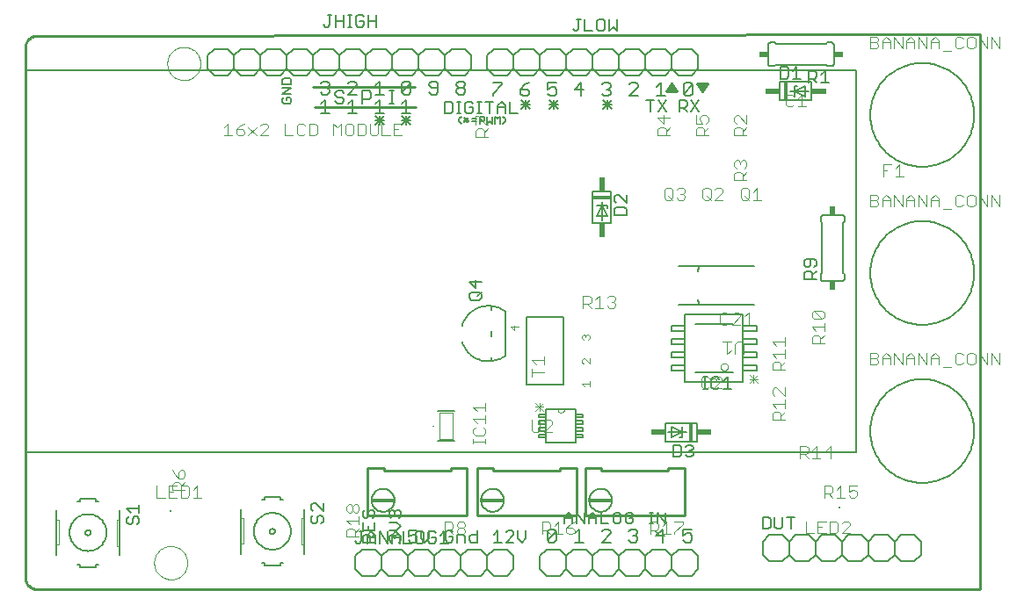
<source format=gto>
G75*
%MOIN*%
%OFA0B0*%
%FSLAX24Y24*%
%IPPOS*%
%LPD*%
%AMOC8*
5,1,8,0,0,1.08239X$1,22.5*
%
%ADD10C,0.0100*%
%ADD11C,0.0060*%
%ADD12C,0.0080*%
%ADD13C,0.0050*%
%ADD14C,0.0070*%
%ADD15C,0.0000*%
%ADD16C,0.0040*%
%ADD17R,0.0340X0.0240*%
%ADD18R,0.0150X0.0700*%
%ADD19R,0.0550X0.0200*%
%ADD20R,0.0079X0.0079*%
%ADD21R,0.0827X0.0157*%
%ADD22R,0.0240X0.0340*%
%ADD23C,0.0020*%
%ADD24C,0.0030*%
%ADD25R,0.0700X0.0150*%
%ADD26R,0.0200X0.0550*%
%ADD27C,0.0004*%
%ADD28C,0.0030*%
D10*
X001574Y001180D02*
X037386Y001180D01*
X037380Y001174D02*
X037380Y022230D01*
X001574Y022180D01*
X001535Y022178D01*
X001497Y022172D01*
X001460Y022163D01*
X001423Y022150D01*
X001388Y022133D01*
X001355Y022114D01*
X001324Y022091D01*
X001295Y022065D01*
X001269Y022036D01*
X001246Y022005D01*
X001227Y021972D01*
X001210Y021937D01*
X001197Y021900D01*
X001188Y021863D01*
X001182Y021825D01*
X001180Y021786D01*
X001180Y001574D01*
X001182Y001535D01*
X001188Y001497D01*
X001197Y001460D01*
X001210Y001423D01*
X001227Y001388D01*
X001246Y001355D01*
X001269Y001324D01*
X001295Y001295D01*
X001324Y001269D01*
X001355Y001246D01*
X001388Y001227D01*
X001423Y001210D01*
X001460Y001197D01*
X001497Y001188D01*
X001535Y001182D01*
X001574Y001180D01*
X014140Y003983D02*
X014140Y005774D01*
X014770Y005774D01*
X014770Y005676D01*
X017290Y005676D01*
X017290Y005774D01*
X017920Y005774D01*
X017920Y003983D01*
X014140Y003983D01*
X018290Y003983D02*
X018290Y005774D01*
X018920Y005774D01*
X018920Y005676D01*
X021440Y005676D01*
X021440Y005774D01*
X022070Y005774D01*
X022070Y003983D01*
X018290Y003983D01*
X022390Y003983D02*
X022390Y005774D01*
X023020Y005774D01*
X023020Y005676D01*
X025540Y005676D01*
X025540Y005774D01*
X026170Y005774D01*
X026170Y003983D01*
X022390Y003983D01*
X015980Y019480D02*
X012130Y019480D01*
X012080Y020230D02*
X015930Y020230D01*
X025480Y020080D02*
X025680Y020180D01*
X025680Y020280D01*
X025780Y020080D01*
X025880Y020080D01*
X025680Y020380D01*
X025480Y020080D01*
X025780Y020080D01*
X026630Y020380D02*
X027030Y020380D01*
X026980Y020280D01*
X026780Y020280D01*
X026880Y020280D02*
X026830Y020180D01*
X026980Y020280D01*
X026880Y020280D02*
X026630Y020380D01*
X026830Y020080D01*
X027030Y020380D01*
D11*
X026463Y020327D02*
X026463Y019993D01*
X026379Y019910D01*
X026212Y019910D01*
X026129Y019993D01*
X026463Y020327D01*
X026379Y020410D01*
X026212Y020410D01*
X026129Y020327D01*
X026129Y019993D01*
X025431Y019910D02*
X025098Y019910D01*
X025264Y019910D02*
X025264Y020410D01*
X025098Y020244D01*
X024930Y020680D02*
X024680Y020930D01*
X024680Y021430D01*
X024930Y021680D01*
X025430Y021680D01*
X025680Y021430D01*
X025930Y021680D01*
X026430Y021680D01*
X026680Y021430D01*
X026680Y020930D01*
X026430Y020680D01*
X025930Y020680D01*
X025680Y020930D01*
X025430Y020680D01*
X024930Y020680D01*
X024680Y020930D02*
X024430Y020680D01*
X023930Y020680D01*
X023680Y020930D01*
X023430Y020680D01*
X022930Y020680D01*
X022680Y020930D01*
X022430Y020680D01*
X021930Y020680D01*
X021680Y020930D01*
X021680Y021430D01*
X021930Y021680D01*
X022430Y021680D01*
X022680Y021430D01*
X022930Y021680D01*
X023430Y021680D01*
X023680Y021430D01*
X023930Y021680D01*
X024430Y021680D01*
X024680Y021430D01*
X023680Y021430D02*
X023680Y020930D01*
X023285Y020410D02*
X023119Y020410D01*
X023035Y020327D01*
X023202Y020160D02*
X023285Y020160D01*
X023369Y020077D01*
X023369Y019993D01*
X023285Y019910D01*
X023119Y019910D01*
X023035Y019993D01*
X023083Y019744D02*
X023417Y019410D01*
X023417Y019577D02*
X023083Y019577D01*
X023083Y019410D02*
X023417Y019744D01*
X023250Y019744D02*
X023250Y019410D01*
X024066Y019910D02*
X024400Y020244D01*
X024400Y020327D01*
X024317Y020410D01*
X024150Y020410D01*
X024066Y020327D01*
X023369Y020327D02*
X023369Y020244D01*
X023285Y020160D01*
X023369Y020327D02*
X023285Y020410D01*
X022680Y020930D02*
X022680Y021430D01*
X021680Y021430D02*
X021430Y021680D01*
X020930Y021680D01*
X020680Y021430D01*
X020430Y021680D01*
X019930Y021680D01*
X019680Y021430D01*
X019430Y021680D01*
X018930Y021680D01*
X018680Y021430D01*
X018680Y020930D01*
X018930Y020680D01*
X019430Y020680D01*
X019680Y020930D01*
X019680Y021430D01*
X019680Y020930D02*
X019930Y020680D01*
X020430Y020680D01*
X020680Y020930D01*
X020680Y021430D01*
X020680Y020930D02*
X020930Y020680D01*
X021430Y020680D01*
X021680Y020930D01*
X021306Y020410D02*
X020973Y020410D01*
X020973Y020160D01*
X021139Y020244D01*
X021223Y020244D01*
X021306Y020160D01*
X021306Y019993D01*
X021223Y019910D01*
X021056Y019910D01*
X020973Y019993D01*
X021033Y019744D02*
X021367Y019410D01*
X021367Y019577D02*
X021033Y019577D01*
X021033Y019410D02*
X021367Y019744D01*
X021200Y019744D02*
X021200Y019410D01*
X020317Y019410D02*
X019983Y019744D01*
X020150Y019744D02*
X020150Y019410D01*
X019983Y019410D02*
X020317Y019744D01*
X020317Y019577D02*
X019983Y019577D01*
X019829Y019250D02*
X019535Y019250D01*
X019535Y019690D01*
X019369Y019544D02*
X019369Y019250D01*
X019369Y019470D02*
X019075Y019470D01*
X019075Y019544D02*
X019222Y019690D01*
X019369Y019544D01*
X019075Y019544D02*
X019075Y019250D01*
X018761Y019250D02*
X018761Y019690D01*
X018615Y019690D02*
X018908Y019690D01*
X018910Y019910D02*
X018910Y019993D01*
X019244Y020327D01*
X019244Y020410D01*
X018910Y020410D01*
X018080Y020930D02*
X017830Y020680D01*
X017330Y020680D01*
X017080Y020930D01*
X016830Y020680D01*
X016330Y020680D01*
X016080Y020930D01*
X016080Y021430D01*
X016330Y021680D01*
X016830Y021680D01*
X017080Y021430D01*
X017330Y021680D01*
X017830Y021680D01*
X018080Y021430D01*
X018080Y020930D01*
X017767Y020460D02*
X017600Y020460D01*
X017516Y020377D01*
X017516Y020294D01*
X017600Y020210D01*
X017767Y020210D01*
X017850Y020127D01*
X017850Y020043D01*
X017767Y019960D01*
X017600Y019960D01*
X017516Y020043D01*
X017516Y020127D01*
X017600Y020210D01*
X017767Y020210D02*
X017850Y020294D01*
X017850Y020377D01*
X017767Y020460D01*
X017080Y020930D02*
X017080Y021430D01*
X016080Y021430D02*
X015830Y021680D01*
X015330Y021680D01*
X015080Y021430D01*
X014830Y021680D01*
X014330Y021680D01*
X014080Y021430D01*
X013830Y021680D01*
X013330Y021680D01*
X013080Y021430D01*
X013080Y020930D01*
X013330Y020680D01*
X013830Y020680D01*
X014080Y020930D01*
X014080Y021430D01*
X014080Y020930D02*
X014330Y020680D01*
X014830Y020680D01*
X015080Y020930D01*
X015080Y021430D01*
X015080Y020930D02*
X015330Y020680D01*
X015830Y020680D01*
X016080Y020930D01*
X015704Y020460D02*
X015537Y020460D01*
X015454Y020377D01*
X015454Y020043D01*
X015787Y020377D01*
X015787Y020043D01*
X015704Y019960D01*
X015537Y019960D01*
X015454Y020043D01*
X015621Y019760D02*
X015621Y019260D01*
X015600Y019144D02*
X015600Y018810D01*
X015767Y018810D02*
X015433Y019144D01*
X015454Y019260D02*
X015787Y019260D01*
X015767Y019144D02*
X015433Y018810D01*
X015433Y018977D02*
X015767Y018977D01*
X015454Y019594D02*
X015621Y019760D01*
X014756Y019960D02*
X014423Y019960D01*
X014589Y019960D02*
X014589Y020460D01*
X014423Y020294D01*
X014589Y019760D02*
X014589Y019260D01*
X014600Y019144D02*
X014600Y018810D01*
X014767Y018810D02*
X014433Y019144D01*
X014423Y019260D02*
X014756Y019260D01*
X014767Y019144D02*
X014433Y018810D01*
X014433Y018977D02*
X014767Y018977D01*
X014423Y019594D02*
X014589Y019760D01*
X013725Y019960D02*
X013391Y019960D01*
X013725Y020294D01*
X013725Y020377D01*
X013641Y020460D01*
X013475Y020460D01*
X013391Y020377D01*
X013080Y020930D02*
X012830Y020680D01*
X012330Y020680D01*
X012080Y020930D01*
X011830Y020680D01*
X011330Y020680D01*
X011080Y020930D01*
X010830Y020680D01*
X010330Y020680D01*
X010080Y020930D01*
X010080Y021430D01*
X010330Y021680D01*
X010830Y021680D01*
X011080Y021430D01*
X011330Y021680D01*
X011830Y021680D01*
X012080Y021430D01*
X012330Y021680D01*
X012830Y021680D01*
X013080Y021430D01*
X012080Y021430D02*
X012080Y020930D01*
X012443Y020460D02*
X012610Y020460D01*
X012694Y020377D01*
X012694Y020294D01*
X012610Y020210D01*
X012694Y020127D01*
X012694Y020043D01*
X012610Y019960D01*
X012443Y019960D01*
X012360Y020043D01*
X012527Y020210D02*
X012610Y020210D01*
X012360Y020377D02*
X012443Y020460D01*
X012527Y019760D02*
X012527Y019260D01*
X012360Y019260D02*
X012694Y019260D01*
X012360Y019594D02*
X012527Y019760D01*
X013391Y019594D02*
X013558Y019760D01*
X013558Y019260D01*
X013391Y019260D02*
X013725Y019260D01*
X015704Y020460D02*
X015787Y020377D01*
X016485Y020377D02*
X016485Y020294D01*
X016569Y020210D01*
X016819Y020210D01*
X016819Y020043D02*
X016819Y020377D01*
X016735Y020460D01*
X016569Y020460D01*
X016485Y020377D01*
X016485Y020043D02*
X016569Y019960D01*
X016735Y019960D01*
X016819Y020043D01*
X017080Y019690D02*
X017300Y019690D01*
X017374Y019617D01*
X017374Y019323D01*
X017300Y019250D01*
X017080Y019250D01*
X017080Y019690D01*
X017540Y019690D02*
X017687Y019690D01*
X017614Y019690D02*
X017614Y019250D01*
X017687Y019250D02*
X017540Y019250D01*
X017847Y019323D02*
X017847Y019617D01*
X017921Y019690D01*
X018068Y019690D01*
X018141Y019617D01*
X018141Y019470D02*
X017994Y019470D01*
X018141Y019470D02*
X018141Y019323D01*
X018068Y019250D01*
X017921Y019250D01*
X017847Y019323D01*
X018308Y019250D02*
X018455Y019250D01*
X018381Y019250D02*
X018381Y019690D01*
X018308Y019690D02*
X018455Y019690D01*
X019941Y019993D02*
X020025Y019910D01*
X020191Y019910D01*
X020275Y019993D01*
X020275Y020077D01*
X020191Y020160D01*
X019941Y020160D01*
X019941Y019993D01*
X019941Y020160D02*
X020108Y020327D01*
X020275Y020410D01*
X022004Y020160D02*
X022337Y020160D01*
X022254Y019910D02*
X022254Y020410D01*
X022004Y020160D01*
X024066Y019910D02*
X024400Y019910D01*
X025680Y020930D02*
X025680Y021430D01*
X029330Y021130D02*
X029330Y021830D01*
X029332Y021847D01*
X029336Y021864D01*
X029343Y021880D01*
X029353Y021894D01*
X029366Y021907D01*
X029380Y021917D01*
X029396Y021924D01*
X029413Y021928D01*
X029430Y021930D01*
X029580Y021930D01*
X029630Y021880D01*
X031530Y021880D01*
X031580Y021930D01*
X031730Y021930D01*
X031747Y021928D01*
X031764Y021924D01*
X031780Y021917D01*
X031794Y021907D01*
X031807Y021894D01*
X031817Y021880D01*
X031824Y021864D01*
X031828Y021847D01*
X031830Y021830D01*
X031830Y021130D01*
X031828Y021113D01*
X031824Y021096D01*
X031817Y021080D01*
X031807Y021066D01*
X031794Y021053D01*
X031780Y021043D01*
X031764Y021036D01*
X031747Y021032D01*
X031730Y021030D01*
X031580Y021030D01*
X031530Y021080D01*
X029630Y021080D01*
X029580Y021030D01*
X029430Y021030D01*
X029413Y021032D01*
X029396Y021036D01*
X029380Y021043D01*
X029366Y021053D01*
X029353Y021066D01*
X029343Y021080D01*
X029336Y021096D01*
X029332Y021113D01*
X029330Y021130D01*
X029780Y020430D02*
X029780Y019730D01*
X030980Y019730D01*
X030980Y020430D01*
X029780Y020430D01*
X030330Y020280D02*
X030330Y020080D01*
X030330Y019880D01*
X030330Y020080D02*
X030730Y020280D01*
X030730Y019880D01*
X030330Y020080D01*
X030880Y020080D01*
X030430Y020280D02*
X030330Y020280D01*
X030330Y020080D02*
X030180Y020080D01*
X023380Y016280D02*
X022680Y016280D01*
X022680Y015080D01*
X023380Y015080D01*
X023380Y016280D01*
X023030Y015880D02*
X023030Y015730D01*
X023230Y015730D01*
X023230Y015630D01*
X023030Y015730D02*
X022830Y015330D01*
X023230Y015330D01*
X023030Y015730D01*
X022830Y015730D01*
X023030Y015730D02*
X023030Y015180D01*
X018830Y011925D02*
X018830Y011767D01*
X019380Y011705D02*
X019380Y010055D01*
X018830Y009993D02*
X018830Y009835D01*
X018830Y010767D02*
X018830Y010993D01*
X019380Y011705D02*
X019329Y011742D01*
X019276Y011777D01*
X019220Y011809D01*
X019163Y011837D01*
X019104Y011861D01*
X019044Y011882D01*
X018983Y011899D01*
X018921Y011913D01*
X018858Y011922D01*
X018795Y011928D01*
X018731Y011930D01*
X018667Y011928D01*
X018604Y011922D01*
X018541Y011913D01*
X018479Y011900D01*
X018418Y011882D01*
X018358Y011862D01*
X018299Y011837D01*
X018242Y011810D01*
X018186Y011778D01*
X018133Y011744D01*
X018082Y011706D01*
X018033Y011665D01*
X017987Y011621D01*
X017943Y011575D01*
X017902Y011526D01*
X017865Y011475D01*
X017830Y011421D01*
X017799Y011366D01*
X017771Y011309D01*
X017747Y011250D01*
X017727Y011190D01*
X017727Y010570D02*
X017747Y010510D01*
X017771Y010451D01*
X017799Y010394D01*
X017830Y010339D01*
X017865Y010285D01*
X017902Y010234D01*
X017943Y010185D01*
X017987Y010139D01*
X018033Y010095D01*
X018082Y010054D01*
X018133Y010016D01*
X018186Y009982D01*
X018242Y009951D01*
X018299Y009923D01*
X018358Y009898D01*
X018418Y009878D01*
X018479Y009860D01*
X018541Y009847D01*
X018604Y009838D01*
X018667Y009832D01*
X018731Y009830D01*
X018795Y009832D01*
X018858Y009838D01*
X018921Y009847D01*
X018983Y009861D01*
X019044Y009878D01*
X019104Y009899D01*
X019163Y009923D01*
X019220Y009951D01*
X019276Y009983D01*
X019329Y010018D01*
X019380Y010055D01*
X020910Y008000D02*
X020910Y006760D01*
X022050Y006760D01*
X022050Y008000D01*
X021600Y008000D01*
X021360Y008000D01*
X020910Y008000D01*
X020910Y007820D02*
X020640Y007820D01*
X020640Y007700D01*
X020910Y007700D01*
X020910Y007820D01*
X020910Y007570D02*
X020640Y007570D01*
X020640Y007450D01*
X020910Y007450D01*
X020910Y007570D01*
X020910Y007310D02*
X020640Y007310D01*
X020640Y007190D01*
X020910Y007190D01*
X020910Y007310D01*
X020910Y007060D02*
X020640Y007060D01*
X020650Y006940D01*
X020910Y006940D01*
X020910Y007060D01*
X022050Y007060D02*
X022050Y006940D01*
X022320Y006940D01*
X022320Y007060D01*
X022050Y007060D01*
X022050Y007190D02*
X022320Y007190D01*
X022320Y007310D01*
X022050Y007310D01*
X022050Y007190D01*
X022050Y007450D02*
X022320Y007450D01*
X022320Y007570D01*
X022050Y007570D01*
X022050Y007450D01*
X022050Y007700D02*
X022320Y007700D01*
X022320Y007820D01*
X022050Y007820D01*
X022050Y007700D01*
X025430Y007480D02*
X025430Y006780D01*
X026630Y006780D01*
X026630Y007480D01*
X025430Y007480D01*
X025680Y007330D02*
X026080Y007130D01*
X026080Y006930D01*
X025980Y006930D01*
X026080Y007130D02*
X025530Y007130D01*
X025680Y006930D02*
X026080Y007130D01*
X026080Y007330D01*
X026080Y007130D02*
X026230Y007130D01*
X025680Y006930D02*
X025680Y007330D01*
X026180Y009050D02*
X027160Y009050D01*
X027400Y009050D01*
X028380Y009050D01*
X028380Y011610D01*
X026180Y011610D01*
X026180Y009050D01*
X026180Y009480D02*
X025660Y009480D01*
X025660Y009680D01*
X026180Y009680D01*
X026180Y009480D01*
X026570Y009400D02*
X027990Y009400D01*
X028380Y009480D02*
X028380Y009680D01*
X028900Y009680D01*
X028900Y009480D01*
X028380Y009480D01*
X028380Y009980D02*
X028900Y009980D01*
X028900Y010180D01*
X028380Y010180D01*
X028380Y009980D01*
X028380Y010480D02*
X028900Y010480D01*
X028900Y010680D01*
X028380Y010680D01*
X028380Y010480D01*
X028380Y010980D02*
X028900Y010980D01*
X028900Y011180D01*
X028380Y011180D01*
X028380Y010980D01*
X027990Y011260D02*
X026570Y011260D01*
X026180Y011180D02*
X025660Y011180D01*
X025660Y010980D01*
X026180Y010980D01*
X026180Y011180D01*
X026180Y010680D02*
X025660Y010680D01*
X025660Y010480D01*
X026180Y010480D01*
X026180Y010680D01*
X026180Y010180D02*
X025660Y010180D01*
X025660Y009980D01*
X026180Y009980D01*
X026180Y010180D01*
X031330Y012980D02*
X031330Y013130D01*
X031380Y013180D01*
X031380Y015080D01*
X031330Y015130D01*
X031330Y015280D01*
X031332Y015297D01*
X031336Y015314D01*
X031343Y015330D01*
X031353Y015344D01*
X031366Y015357D01*
X031380Y015367D01*
X031396Y015374D01*
X031413Y015378D01*
X031430Y015380D01*
X032130Y015380D01*
X032147Y015378D01*
X032164Y015374D01*
X032180Y015367D01*
X032194Y015357D01*
X032207Y015344D01*
X032217Y015330D01*
X032224Y015314D01*
X032228Y015297D01*
X032230Y015280D01*
X032230Y015130D01*
X032180Y015080D01*
X032180Y013180D01*
X032230Y013130D01*
X032230Y012980D01*
X032228Y012963D01*
X032224Y012946D01*
X032217Y012930D01*
X032207Y012916D01*
X032194Y012903D01*
X032180Y012893D01*
X032164Y012886D01*
X032147Y012882D01*
X032130Y012880D01*
X031430Y012880D01*
X031413Y012882D01*
X031396Y012886D01*
X031380Y012893D01*
X031366Y012903D01*
X031353Y012916D01*
X031343Y012930D01*
X031336Y012946D01*
X031332Y012963D01*
X031330Y012980D01*
X022548Y004554D02*
X022550Y004595D01*
X022556Y004636D01*
X022566Y004676D01*
X022579Y004715D01*
X022596Y004752D01*
X022617Y004788D01*
X022641Y004822D01*
X022668Y004853D01*
X022697Y004881D01*
X022730Y004907D01*
X022764Y004929D01*
X022801Y004948D01*
X022839Y004963D01*
X022879Y004975D01*
X022919Y004983D01*
X022960Y004987D01*
X023002Y004987D01*
X023043Y004983D01*
X023083Y004975D01*
X023123Y004963D01*
X023161Y004948D01*
X023197Y004929D01*
X023232Y004907D01*
X023265Y004881D01*
X023294Y004853D01*
X023321Y004822D01*
X023345Y004788D01*
X023366Y004752D01*
X023383Y004715D01*
X023396Y004676D01*
X023406Y004636D01*
X023412Y004595D01*
X023414Y004554D01*
X023412Y004513D01*
X023406Y004472D01*
X023396Y004432D01*
X023383Y004393D01*
X023366Y004356D01*
X023345Y004320D01*
X023321Y004286D01*
X023294Y004255D01*
X023265Y004227D01*
X023232Y004201D01*
X023198Y004179D01*
X023161Y004160D01*
X023123Y004145D01*
X023083Y004133D01*
X023043Y004125D01*
X023002Y004121D01*
X022960Y004121D01*
X022919Y004125D01*
X022879Y004133D01*
X022839Y004145D01*
X022801Y004160D01*
X022765Y004179D01*
X022730Y004201D01*
X022697Y004227D01*
X022668Y004255D01*
X022641Y004286D01*
X022617Y004320D01*
X022596Y004356D01*
X022579Y004393D01*
X022566Y004432D01*
X022556Y004472D01*
X022550Y004513D01*
X022548Y004554D01*
X022158Y003460D02*
X022158Y002960D01*
X021991Y002960D02*
X022325Y002960D01*
X022430Y002680D02*
X021930Y002680D01*
X021680Y002430D01*
X021680Y001930D01*
X021930Y001680D01*
X022430Y001680D01*
X022680Y001930D01*
X022680Y002430D01*
X022430Y002680D01*
X022680Y002430D02*
X022930Y002680D01*
X023430Y002680D01*
X023680Y002430D01*
X023930Y002680D01*
X024430Y002680D01*
X024680Y002430D01*
X024930Y002680D01*
X025430Y002680D01*
X025680Y002430D01*
X025930Y002680D01*
X026430Y002680D01*
X026680Y002430D01*
X026680Y001930D01*
X026430Y001680D01*
X025930Y001680D01*
X025680Y001930D01*
X025430Y001680D01*
X024930Y001680D01*
X024680Y001930D01*
X024430Y001680D01*
X023930Y001680D01*
X023680Y001930D01*
X023430Y001680D01*
X022930Y001680D01*
X022680Y001930D01*
X021680Y001930D02*
X021430Y001680D01*
X020930Y001680D01*
X020680Y001930D01*
X020680Y002430D01*
X020930Y002680D01*
X021430Y002680D01*
X021680Y002430D01*
X021210Y002960D02*
X021043Y002960D01*
X020960Y003043D01*
X021294Y003377D01*
X021294Y003043D01*
X021210Y002960D01*
X020960Y003043D02*
X020960Y003377D01*
X021043Y003460D01*
X021210Y003460D01*
X021294Y003377D01*
X021991Y003294D02*
X022158Y003460D01*
X023023Y003377D02*
X023106Y003460D01*
X023273Y003460D01*
X023356Y003377D01*
X023356Y003294D01*
X023023Y002960D01*
X023356Y002960D01*
X024054Y003043D02*
X024137Y002960D01*
X024304Y002960D01*
X024387Y003043D01*
X024387Y003127D01*
X024304Y003210D01*
X024221Y003210D01*
X024304Y003210D02*
X024387Y003294D01*
X024387Y003377D01*
X024304Y003460D01*
X024137Y003460D01*
X024054Y003377D01*
X025085Y003210D02*
X025419Y003210D01*
X025335Y002960D02*
X025335Y003460D01*
X025085Y003210D01*
X026116Y003210D02*
X026283Y003294D01*
X026367Y003294D01*
X026450Y003210D01*
X026450Y003043D01*
X026367Y002960D01*
X026200Y002960D01*
X026116Y003043D01*
X026116Y003210D02*
X026116Y003460D01*
X026450Y003460D01*
X025680Y002430D02*
X025680Y001930D01*
X024680Y001930D02*
X024680Y002430D01*
X023680Y002430D02*
X023680Y001930D01*
X020147Y003107D02*
X020000Y002960D01*
X019854Y003107D01*
X019854Y003400D01*
X019687Y003327D02*
X019687Y003254D01*
X019393Y002960D01*
X019687Y002960D01*
X019430Y002680D02*
X019680Y002430D01*
X019680Y001930D01*
X019430Y001680D01*
X018930Y001680D01*
X018680Y001930D01*
X018430Y001680D01*
X017930Y001680D01*
X017680Y001930D01*
X017430Y001680D01*
X016930Y001680D01*
X016680Y001930D01*
X016430Y001680D01*
X015930Y001680D01*
X015680Y001930D01*
X015430Y001680D01*
X014930Y001680D01*
X014680Y001930D01*
X014430Y001680D01*
X013930Y001680D01*
X013680Y001930D01*
X013680Y002430D01*
X013930Y002680D01*
X014430Y002680D01*
X014680Y002430D01*
X014930Y002680D01*
X015430Y002680D01*
X015680Y002430D01*
X015680Y001930D01*
X015680Y002430D02*
X015930Y002680D01*
X016430Y002680D01*
X016680Y002430D01*
X016930Y002680D01*
X017430Y002680D01*
X017680Y002430D01*
X017930Y002680D01*
X018430Y002680D01*
X018680Y002430D01*
X018930Y002680D01*
X019430Y002680D01*
X019226Y002960D02*
X018933Y002960D01*
X019080Y002960D02*
X019080Y003400D01*
X018933Y003254D01*
X019393Y003327D02*
X019467Y003400D01*
X019613Y003400D01*
X019687Y003327D01*
X020147Y003400D02*
X020147Y003107D01*
X018680Y002430D02*
X018680Y001930D01*
X017680Y001930D02*
X017680Y002430D01*
X017552Y002960D02*
X017552Y003254D01*
X017772Y003254D01*
X017845Y003180D01*
X017845Y002960D01*
X018012Y003033D02*
X018012Y003180D01*
X018085Y003254D01*
X018306Y003254D01*
X018306Y003400D02*
X018306Y002960D01*
X018085Y002960D01*
X018012Y003033D01*
X017385Y003033D02*
X017385Y003180D01*
X017238Y003180D01*
X017385Y003033D02*
X017311Y002960D01*
X017165Y002960D01*
X017091Y003033D01*
X017091Y003327D01*
X017165Y003400D01*
X017311Y003400D01*
X017385Y003327D01*
X016464Y003400D02*
X016464Y003107D01*
X016317Y002960D01*
X016170Y003107D01*
X016170Y003400D01*
X016004Y003400D02*
X015710Y003400D01*
X015710Y003180D01*
X015857Y003254D01*
X015930Y003254D01*
X016004Y003180D01*
X016004Y003033D01*
X015930Y002960D01*
X015783Y002960D01*
X015710Y003033D01*
X015400Y003033D02*
X015400Y003180D01*
X015327Y003254D01*
X015253Y003254D01*
X015180Y003180D01*
X015180Y003107D01*
X015180Y003180D02*
X015106Y003254D01*
X015033Y003254D01*
X014960Y003180D01*
X014960Y003033D01*
X015033Y002960D01*
X015327Y002960D02*
X015400Y003033D01*
X015253Y003420D02*
X014960Y003420D01*
X015253Y003420D02*
X015400Y003567D01*
X015253Y003714D01*
X014960Y003714D01*
X015033Y003881D02*
X014960Y003954D01*
X014960Y004101D01*
X015033Y004174D01*
X015106Y004174D01*
X015180Y004101D01*
X015253Y004174D01*
X015327Y004174D01*
X015400Y004101D01*
X015400Y003954D01*
X015327Y003881D01*
X015180Y004028D02*
X015180Y004101D01*
X014400Y004101D02*
X014400Y003954D01*
X014327Y003881D01*
X014180Y003954D02*
X014180Y004101D01*
X014253Y004174D01*
X014327Y004174D01*
X014400Y004101D01*
X014180Y003954D02*
X014106Y003881D01*
X014033Y003881D01*
X013960Y003954D01*
X013960Y004101D01*
X014033Y004174D01*
X013960Y003714D02*
X013960Y003420D01*
X014400Y003420D01*
X014400Y003714D01*
X014180Y003567D02*
X014180Y003420D01*
X014180Y003254D02*
X014253Y003180D01*
X014253Y002960D01*
X014253Y003107D02*
X014400Y003254D01*
X014180Y003254D02*
X014033Y003254D01*
X013960Y003180D01*
X013960Y002960D01*
X014400Y002960D01*
X014680Y002430D02*
X014680Y001930D01*
X016680Y001930D02*
X016680Y002430D01*
X014298Y004554D02*
X014300Y004595D01*
X014306Y004636D01*
X014316Y004676D01*
X014329Y004715D01*
X014346Y004752D01*
X014367Y004788D01*
X014391Y004822D01*
X014418Y004853D01*
X014447Y004881D01*
X014480Y004907D01*
X014514Y004929D01*
X014551Y004948D01*
X014589Y004963D01*
X014629Y004975D01*
X014669Y004983D01*
X014710Y004987D01*
X014752Y004987D01*
X014793Y004983D01*
X014833Y004975D01*
X014873Y004963D01*
X014911Y004948D01*
X014947Y004929D01*
X014982Y004907D01*
X015015Y004881D01*
X015044Y004853D01*
X015071Y004822D01*
X015095Y004788D01*
X015116Y004752D01*
X015133Y004715D01*
X015146Y004676D01*
X015156Y004636D01*
X015162Y004595D01*
X015164Y004554D01*
X015162Y004513D01*
X015156Y004472D01*
X015146Y004432D01*
X015133Y004393D01*
X015116Y004356D01*
X015095Y004320D01*
X015071Y004286D01*
X015044Y004255D01*
X015015Y004227D01*
X014982Y004201D01*
X014948Y004179D01*
X014911Y004160D01*
X014873Y004145D01*
X014833Y004133D01*
X014793Y004125D01*
X014752Y004121D01*
X014710Y004121D01*
X014669Y004125D01*
X014629Y004133D01*
X014589Y004145D01*
X014551Y004160D01*
X014515Y004179D01*
X014480Y004201D01*
X014447Y004227D01*
X014418Y004255D01*
X014391Y004286D01*
X014367Y004320D01*
X014346Y004356D01*
X014329Y004393D01*
X014316Y004432D01*
X014306Y004472D01*
X014300Y004513D01*
X014298Y004554D01*
X011730Y004226D02*
X011730Y003876D01*
X011730Y002876D01*
X011730Y002526D01*
X010930Y002176D02*
X010830Y002176D01*
X010830Y002076D01*
X010230Y002076D01*
X010230Y002176D01*
X010130Y002176D01*
X009330Y002526D02*
X009330Y002926D01*
X009330Y003876D01*
X009330Y004226D01*
X010130Y004576D02*
X010230Y004576D01*
X010230Y004676D01*
X010830Y004676D01*
X010830Y004576D01*
X010930Y004576D01*
X010430Y003376D02*
X010432Y003396D01*
X010438Y003414D01*
X010447Y003432D01*
X010459Y003447D01*
X010474Y003459D01*
X010492Y003468D01*
X010510Y003474D01*
X010530Y003476D01*
X010550Y003474D01*
X010568Y003468D01*
X010586Y003459D01*
X010601Y003447D01*
X010613Y003432D01*
X010622Y003414D01*
X010628Y003396D01*
X010630Y003376D01*
X010628Y003356D01*
X010622Y003338D01*
X010613Y003320D01*
X010601Y003305D01*
X010586Y003293D01*
X010568Y003284D01*
X010550Y003278D01*
X010530Y003276D01*
X010510Y003278D01*
X010492Y003284D01*
X010474Y003293D01*
X010459Y003305D01*
X010447Y003320D01*
X010438Y003338D01*
X010432Y003356D01*
X010430Y003376D01*
X009830Y003376D02*
X009832Y003428D01*
X009838Y003480D01*
X009848Y003532D01*
X009861Y003582D01*
X009878Y003632D01*
X009899Y003680D01*
X009924Y003726D01*
X009952Y003770D01*
X009983Y003812D01*
X010017Y003852D01*
X010054Y003889D01*
X010094Y003923D01*
X010136Y003954D01*
X010180Y003982D01*
X010226Y004007D01*
X010274Y004028D01*
X010324Y004045D01*
X010374Y004058D01*
X010426Y004068D01*
X010478Y004074D01*
X010530Y004076D01*
X010582Y004074D01*
X010634Y004068D01*
X010686Y004058D01*
X010736Y004045D01*
X010786Y004028D01*
X010834Y004007D01*
X010880Y003982D01*
X010924Y003954D01*
X010966Y003923D01*
X011006Y003889D01*
X011043Y003852D01*
X011077Y003812D01*
X011108Y003770D01*
X011136Y003726D01*
X011161Y003680D01*
X011182Y003632D01*
X011199Y003582D01*
X011212Y003532D01*
X011222Y003480D01*
X011228Y003428D01*
X011230Y003376D01*
X011228Y003324D01*
X011222Y003272D01*
X011212Y003220D01*
X011199Y003170D01*
X011182Y003120D01*
X011161Y003072D01*
X011136Y003026D01*
X011108Y002982D01*
X011077Y002940D01*
X011043Y002900D01*
X011006Y002863D01*
X010966Y002829D01*
X010924Y002798D01*
X010880Y002770D01*
X010834Y002745D01*
X010786Y002724D01*
X010736Y002707D01*
X010686Y002694D01*
X010634Y002684D01*
X010582Y002678D01*
X010530Y002676D01*
X010478Y002678D01*
X010426Y002684D01*
X010374Y002694D01*
X010324Y002707D01*
X010274Y002724D01*
X010226Y002745D01*
X010180Y002770D01*
X010136Y002798D01*
X010094Y002829D01*
X010054Y002863D01*
X010017Y002900D01*
X009983Y002940D01*
X009952Y002982D01*
X009924Y003026D01*
X009899Y003072D01*
X009878Y003120D01*
X009861Y003170D01*
X009848Y003220D01*
X009838Y003272D01*
X009832Y003324D01*
X009830Y003376D01*
X004742Y003826D02*
X004742Y002826D01*
X004742Y002476D01*
X003942Y002126D02*
X003842Y002126D01*
X003842Y002026D01*
X003242Y002026D01*
X003242Y002126D01*
X003142Y002126D01*
X002342Y002476D02*
X002342Y002876D01*
X002342Y003826D01*
X002342Y004176D01*
X003142Y004526D02*
X003242Y004526D01*
X003242Y004626D01*
X003842Y004626D01*
X003842Y004526D01*
X003942Y004526D01*
X004742Y004176D02*
X004742Y003826D01*
X003442Y003326D02*
X003444Y003346D01*
X003450Y003364D01*
X003459Y003382D01*
X003471Y003397D01*
X003486Y003409D01*
X003504Y003418D01*
X003522Y003424D01*
X003542Y003426D01*
X003562Y003424D01*
X003580Y003418D01*
X003598Y003409D01*
X003613Y003397D01*
X003625Y003382D01*
X003634Y003364D01*
X003640Y003346D01*
X003642Y003326D01*
X003640Y003306D01*
X003634Y003288D01*
X003625Y003270D01*
X003613Y003255D01*
X003598Y003243D01*
X003580Y003234D01*
X003562Y003228D01*
X003542Y003226D01*
X003522Y003228D01*
X003504Y003234D01*
X003486Y003243D01*
X003471Y003255D01*
X003459Y003270D01*
X003450Y003288D01*
X003444Y003306D01*
X003442Y003326D01*
X002842Y003326D02*
X002844Y003378D01*
X002850Y003430D01*
X002860Y003482D01*
X002873Y003532D01*
X002890Y003582D01*
X002911Y003630D01*
X002936Y003676D01*
X002964Y003720D01*
X002995Y003762D01*
X003029Y003802D01*
X003066Y003839D01*
X003106Y003873D01*
X003148Y003904D01*
X003192Y003932D01*
X003238Y003957D01*
X003286Y003978D01*
X003336Y003995D01*
X003386Y004008D01*
X003438Y004018D01*
X003490Y004024D01*
X003542Y004026D01*
X003594Y004024D01*
X003646Y004018D01*
X003698Y004008D01*
X003748Y003995D01*
X003798Y003978D01*
X003846Y003957D01*
X003892Y003932D01*
X003936Y003904D01*
X003978Y003873D01*
X004018Y003839D01*
X004055Y003802D01*
X004089Y003762D01*
X004120Y003720D01*
X004148Y003676D01*
X004173Y003630D01*
X004194Y003582D01*
X004211Y003532D01*
X004224Y003482D01*
X004234Y003430D01*
X004240Y003378D01*
X004242Y003326D01*
X004240Y003274D01*
X004234Y003222D01*
X004224Y003170D01*
X004211Y003120D01*
X004194Y003070D01*
X004173Y003022D01*
X004148Y002976D01*
X004120Y002932D01*
X004089Y002890D01*
X004055Y002850D01*
X004018Y002813D01*
X003978Y002779D01*
X003936Y002748D01*
X003892Y002720D01*
X003846Y002695D01*
X003798Y002674D01*
X003748Y002657D01*
X003698Y002644D01*
X003646Y002634D01*
X003594Y002628D01*
X003542Y002626D01*
X003490Y002628D01*
X003438Y002634D01*
X003386Y002644D01*
X003336Y002657D01*
X003286Y002674D01*
X003238Y002695D01*
X003192Y002720D01*
X003148Y002748D01*
X003106Y002779D01*
X003066Y002813D01*
X003029Y002850D01*
X002995Y002890D01*
X002964Y002932D01*
X002936Y002976D01*
X002911Y003022D01*
X002890Y003070D01*
X002873Y003120D01*
X002860Y003170D01*
X002850Y003222D01*
X002844Y003274D01*
X002842Y003326D01*
X018448Y004554D02*
X018450Y004595D01*
X018456Y004636D01*
X018466Y004676D01*
X018479Y004715D01*
X018496Y004752D01*
X018517Y004788D01*
X018541Y004822D01*
X018568Y004853D01*
X018597Y004881D01*
X018630Y004907D01*
X018664Y004929D01*
X018701Y004948D01*
X018739Y004963D01*
X018779Y004975D01*
X018819Y004983D01*
X018860Y004987D01*
X018902Y004987D01*
X018943Y004983D01*
X018983Y004975D01*
X019023Y004963D01*
X019061Y004948D01*
X019097Y004929D01*
X019132Y004907D01*
X019165Y004881D01*
X019194Y004853D01*
X019221Y004822D01*
X019245Y004788D01*
X019266Y004752D01*
X019283Y004715D01*
X019296Y004676D01*
X019306Y004636D01*
X019312Y004595D01*
X019314Y004554D01*
X019312Y004513D01*
X019306Y004472D01*
X019296Y004432D01*
X019283Y004393D01*
X019266Y004356D01*
X019245Y004320D01*
X019221Y004286D01*
X019194Y004255D01*
X019165Y004227D01*
X019132Y004201D01*
X019098Y004179D01*
X019061Y004160D01*
X019023Y004145D01*
X018983Y004133D01*
X018943Y004125D01*
X018902Y004121D01*
X018860Y004121D01*
X018819Y004125D01*
X018779Y004133D01*
X018739Y004145D01*
X018701Y004160D01*
X018665Y004179D01*
X018630Y004201D01*
X018597Y004227D01*
X018568Y004255D01*
X018541Y004286D01*
X018517Y004320D01*
X018496Y004356D01*
X018479Y004393D01*
X018466Y004432D01*
X018456Y004472D01*
X018450Y004513D01*
X018448Y004554D01*
X029130Y002980D02*
X029130Y002480D01*
X029380Y002230D01*
X029880Y002230D01*
X030130Y002480D01*
X030380Y002230D01*
X030880Y002230D01*
X031130Y002480D01*
X031130Y002980D01*
X030880Y003230D01*
X030380Y003230D01*
X030130Y002980D01*
X030130Y002480D01*
X030130Y002980D02*
X029880Y003230D01*
X029380Y003230D01*
X029130Y002980D01*
X031130Y002980D02*
X031380Y003230D01*
X031880Y003230D01*
X032130Y002980D01*
X032380Y003230D01*
X032880Y003230D01*
X033130Y002980D01*
X033380Y003230D01*
X033880Y003230D01*
X034130Y002980D01*
X034380Y003230D01*
X034880Y003230D01*
X035130Y002980D01*
X035130Y002480D01*
X034880Y002230D01*
X034380Y002230D01*
X034130Y002480D01*
X033880Y002230D01*
X033380Y002230D01*
X033130Y002480D01*
X032880Y002230D01*
X032380Y002230D01*
X032130Y002480D01*
X031880Y002230D01*
X031380Y002230D01*
X031130Y002480D01*
X032130Y002480D02*
X032130Y002980D01*
X033130Y002980D02*
X033130Y002480D01*
X034130Y002480D02*
X034130Y002980D01*
X010080Y020930D02*
X009830Y020680D01*
X009330Y020680D01*
X009080Y020930D01*
X008830Y020680D01*
X008330Y020680D01*
X008080Y020930D01*
X008080Y021430D01*
X008330Y021680D01*
X008830Y021680D01*
X009080Y021430D01*
X009330Y021680D01*
X009830Y021680D01*
X010080Y021430D01*
X009080Y021430D02*
X009080Y020930D01*
X011080Y020930D02*
X011080Y021430D01*
D12*
X025943Y013433D02*
X028817Y013433D01*
X026711Y013394D02*
X026671Y013236D01*
X026671Y012174D02*
X026711Y012016D01*
X025943Y011977D02*
X028817Y011977D01*
X021580Y011520D02*
X021580Y008940D01*
X020180Y008940D01*
X020180Y011520D01*
X021580Y011520D01*
X021760Y004090D02*
X021900Y003950D01*
X021900Y003670D01*
X022080Y003670D02*
X022080Y004090D01*
X022361Y003670D01*
X022361Y004090D01*
X022541Y003950D02*
X022681Y004090D01*
X022821Y003950D01*
X022821Y003670D01*
X023001Y003670D02*
X023281Y003670D01*
X023462Y003740D02*
X023532Y003670D01*
X023672Y003670D01*
X023742Y003740D01*
X023742Y004020D01*
X023672Y004090D01*
X023532Y004090D01*
X023462Y004020D01*
X023462Y003740D01*
X023922Y003740D02*
X023992Y003670D01*
X024132Y003670D01*
X024202Y003740D01*
X024202Y003880D01*
X024062Y003880D01*
X023922Y004020D02*
X023922Y003740D01*
X023922Y004020D02*
X023992Y004090D01*
X024132Y004090D01*
X024202Y004020D01*
X024843Y004090D02*
X024983Y004090D01*
X024913Y004090D02*
X024913Y003670D01*
X024843Y003670D02*
X024983Y003670D01*
X025150Y003670D02*
X025150Y004090D01*
X025430Y003670D01*
X025430Y004090D01*
X023001Y004090D02*
X023001Y003670D01*
X022821Y003880D02*
X022541Y003880D01*
X022541Y003950D02*
X022541Y003670D01*
X021900Y003880D02*
X021620Y003880D01*
X021620Y003950D02*
X021760Y004090D01*
X021620Y003950D02*
X021620Y003670D01*
D13*
X017198Y002925D02*
X016898Y002925D01*
X017048Y002925D02*
X017048Y003375D01*
X016898Y003225D01*
X016738Y003150D02*
X016738Y003000D01*
X016663Y002925D01*
X016512Y002925D01*
X016437Y003000D01*
X016437Y003300D01*
X016512Y003375D01*
X016663Y003375D01*
X016738Y003300D01*
X016738Y003150D02*
X016587Y003150D01*
X016277Y003000D02*
X016277Y003300D01*
X016202Y003375D01*
X016052Y003375D01*
X015977Y003300D01*
X015977Y003000D01*
X016052Y002925D01*
X016202Y002925D01*
X016277Y003000D01*
X015817Y002925D02*
X015517Y002925D01*
X015517Y003375D01*
X015356Y003225D02*
X015206Y003375D01*
X015056Y003225D01*
X015056Y002925D01*
X014896Y002925D02*
X014896Y003375D01*
X015056Y003150D02*
X015356Y003150D01*
X015356Y003225D02*
X015356Y002925D01*
X014896Y002925D02*
X014596Y003375D01*
X014596Y002925D01*
X014436Y002925D02*
X014436Y003225D01*
X014286Y003375D01*
X014135Y003225D01*
X014135Y002925D01*
X014135Y003150D02*
X014436Y003150D01*
X013975Y003375D02*
X013825Y003375D01*
X013900Y003375D02*
X013900Y003000D01*
X013825Y002925D01*
X013750Y002925D01*
X013675Y003000D01*
X012455Y003755D02*
X012380Y003680D01*
X012455Y003755D02*
X012455Y003905D01*
X012380Y003980D01*
X012305Y003980D01*
X012230Y003905D01*
X012230Y003755D01*
X012155Y003680D01*
X012080Y003680D01*
X012005Y003755D01*
X012005Y003905D01*
X012080Y003980D01*
X012080Y004140D02*
X012005Y004215D01*
X012005Y004365D01*
X012080Y004441D01*
X012155Y004441D01*
X012455Y004140D01*
X012455Y004441D01*
X016815Y006821D02*
X017445Y006821D01*
X017445Y007939D02*
X016815Y007939D01*
X018080Y012155D02*
X018005Y012230D01*
X018005Y012380D01*
X018080Y012455D01*
X018380Y012455D01*
X018455Y012380D01*
X018455Y012230D01*
X018380Y012155D01*
X018080Y012155D01*
X018305Y012305D02*
X018455Y012455D01*
X018230Y012615D02*
X018005Y012841D01*
X018455Y012841D01*
X018230Y012916D02*
X018230Y012615D01*
X023505Y015384D02*
X023505Y015609D01*
X023580Y015684D01*
X023880Y015684D01*
X023955Y015609D01*
X023955Y015384D01*
X023505Y015384D01*
X023580Y015845D02*
X023505Y015920D01*
X023505Y016070D01*
X023580Y016145D01*
X023655Y016145D01*
X023955Y015845D01*
X023955Y016145D01*
X019365Y018945D02*
X019275Y018855D01*
X019160Y018855D02*
X019160Y019125D01*
X019070Y019035D01*
X018980Y019125D01*
X018980Y018855D01*
X018866Y018855D02*
X018866Y019125D01*
X018685Y019125D02*
X018685Y018855D01*
X018775Y018945D01*
X018866Y018855D01*
X018571Y018990D02*
X018526Y018945D01*
X018391Y018945D01*
X018391Y018855D02*
X018391Y019125D01*
X018526Y019125D01*
X018571Y019080D01*
X018571Y018990D01*
X018276Y018945D02*
X018096Y018945D01*
X018096Y019035D02*
X018276Y019035D01*
X017982Y018990D02*
X017801Y018990D01*
X017801Y018900D02*
X017982Y019080D01*
X017892Y019080D02*
X017892Y018900D01*
X017982Y018900D02*
X017801Y019080D01*
X017695Y019125D02*
X017605Y019035D01*
X017605Y018945D01*
X017695Y018855D01*
X019275Y019125D02*
X019365Y019035D01*
X019365Y018945D01*
X024705Y019755D02*
X025005Y019755D01*
X024855Y019755D02*
X024855Y019305D01*
X025165Y019305D02*
X025466Y019755D01*
X025165Y019755D02*
X025466Y019305D01*
X025955Y019305D02*
X025955Y019755D01*
X026180Y019755D01*
X026255Y019680D01*
X026255Y019530D01*
X026180Y019455D01*
X025955Y019455D01*
X026105Y019455D02*
X026255Y019305D01*
X026415Y019305D02*
X026716Y019755D01*
X026415Y019755D02*
X026716Y019305D01*
X029805Y020555D02*
X029805Y021005D01*
X030030Y021005D01*
X030105Y020930D01*
X030105Y020630D01*
X030030Y020555D01*
X029805Y020555D01*
X030265Y020555D02*
X030566Y020555D01*
X030416Y020555D02*
X030416Y021005D01*
X030265Y020855D01*
X030884Y020855D02*
X030884Y020405D01*
X030884Y020555D02*
X031109Y020555D01*
X031184Y020630D01*
X031184Y020780D01*
X031109Y020855D01*
X030884Y020855D01*
X031345Y020705D02*
X031495Y020855D01*
X031495Y020405D01*
X031345Y020405D02*
X031645Y020405D01*
X031184Y020405D02*
X031034Y020555D01*
X032680Y020880D02*
X032680Y006380D01*
X001180Y006380D01*
X001180Y020880D01*
X032680Y020880D01*
X033212Y019180D02*
X033214Y019268D01*
X033220Y019356D01*
X033230Y019444D01*
X033244Y019531D01*
X033261Y019618D01*
X033283Y019704D01*
X033308Y019788D01*
X033337Y019872D01*
X033370Y019953D01*
X033407Y020034D01*
X033447Y020113D01*
X033491Y020189D01*
X033538Y020264D01*
X033588Y020337D01*
X033641Y020407D01*
X033698Y020475D01*
X033758Y020540D01*
X033820Y020602D01*
X033885Y020662D01*
X033953Y020719D01*
X034023Y020772D01*
X034096Y020822D01*
X034171Y020869D01*
X034247Y020913D01*
X034326Y020953D01*
X034407Y020990D01*
X034488Y021023D01*
X034572Y021052D01*
X034656Y021077D01*
X034742Y021099D01*
X034829Y021116D01*
X034916Y021130D01*
X035004Y021140D01*
X035092Y021146D01*
X035180Y021148D01*
X035268Y021146D01*
X035356Y021140D01*
X035444Y021130D01*
X035531Y021116D01*
X035618Y021099D01*
X035704Y021077D01*
X035788Y021052D01*
X035872Y021023D01*
X035953Y020990D01*
X036034Y020953D01*
X036113Y020913D01*
X036189Y020869D01*
X036264Y020822D01*
X036337Y020772D01*
X036407Y020719D01*
X036475Y020662D01*
X036540Y020602D01*
X036602Y020540D01*
X036662Y020475D01*
X036719Y020407D01*
X036772Y020337D01*
X036822Y020264D01*
X036869Y020189D01*
X036913Y020113D01*
X036953Y020034D01*
X036990Y019953D01*
X037023Y019872D01*
X037052Y019788D01*
X037077Y019704D01*
X037099Y019618D01*
X037116Y019531D01*
X037130Y019444D01*
X037140Y019356D01*
X037146Y019268D01*
X037148Y019180D01*
X037146Y019092D01*
X037140Y019004D01*
X037130Y018916D01*
X037116Y018829D01*
X037099Y018742D01*
X037077Y018656D01*
X037052Y018572D01*
X037023Y018488D01*
X036990Y018407D01*
X036953Y018326D01*
X036913Y018247D01*
X036869Y018171D01*
X036822Y018096D01*
X036772Y018023D01*
X036719Y017953D01*
X036662Y017885D01*
X036602Y017820D01*
X036540Y017758D01*
X036475Y017698D01*
X036407Y017641D01*
X036337Y017588D01*
X036264Y017538D01*
X036189Y017491D01*
X036113Y017447D01*
X036034Y017407D01*
X035953Y017370D01*
X035872Y017337D01*
X035788Y017308D01*
X035704Y017283D01*
X035618Y017261D01*
X035531Y017244D01*
X035444Y017230D01*
X035356Y017220D01*
X035268Y017214D01*
X035180Y017212D01*
X035092Y017214D01*
X035004Y017220D01*
X034916Y017230D01*
X034829Y017244D01*
X034742Y017261D01*
X034656Y017283D01*
X034572Y017308D01*
X034488Y017337D01*
X034407Y017370D01*
X034326Y017407D01*
X034247Y017447D01*
X034171Y017491D01*
X034096Y017538D01*
X034023Y017588D01*
X033953Y017641D01*
X033885Y017698D01*
X033820Y017758D01*
X033758Y017820D01*
X033698Y017885D01*
X033641Y017953D01*
X033588Y018023D01*
X033538Y018096D01*
X033491Y018171D01*
X033447Y018247D01*
X033407Y018326D01*
X033370Y018407D01*
X033337Y018488D01*
X033308Y018572D01*
X033283Y018656D01*
X033261Y018742D01*
X033244Y018829D01*
X033230Y018916D01*
X033220Y019004D01*
X033214Y019092D01*
X033212Y019180D01*
X023606Y022375D02*
X023606Y022825D01*
X023306Y022825D02*
X023306Y022375D01*
X023456Y022525D01*
X023606Y022375D01*
X023146Y022450D02*
X023146Y022750D01*
X023071Y022825D01*
X022921Y022825D01*
X022846Y022750D01*
X022846Y022450D01*
X022921Y022375D01*
X023071Y022375D01*
X023146Y022450D01*
X022686Y022375D02*
X022385Y022375D01*
X022385Y022825D01*
X022225Y022825D02*
X022075Y022825D01*
X022150Y022825D02*
X022150Y022450D01*
X022075Y022375D01*
X022000Y022375D01*
X021925Y022450D01*
X014463Y022525D02*
X014463Y022975D01*
X014463Y022750D02*
X014163Y022750D01*
X014003Y022750D02*
X013853Y022750D01*
X014003Y022750D02*
X014003Y022600D01*
X013928Y022525D01*
X013778Y022525D01*
X013703Y022600D01*
X013703Y022900D01*
X013778Y022975D01*
X013928Y022975D01*
X014003Y022900D01*
X014163Y022975D02*
X014163Y022525D01*
X013546Y022525D02*
X013396Y022525D01*
X013471Y022525D02*
X013471Y022975D01*
X013396Y022975D02*
X013546Y022975D01*
X013236Y022975D02*
X013236Y022525D01*
X013236Y022750D02*
X012935Y022750D01*
X012935Y022525D02*
X012935Y022975D01*
X012775Y022975D02*
X012625Y022975D01*
X012700Y022975D02*
X012700Y022600D01*
X012625Y022525D01*
X012550Y022525D01*
X012475Y022600D01*
X011189Y020580D02*
X010956Y020580D01*
X010897Y020522D01*
X010897Y020346D01*
X011248Y020346D01*
X011248Y020522D01*
X011189Y020580D01*
X011248Y020212D02*
X010897Y020212D01*
X010897Y019978D02*
X011248Y020212D01*
X011248Y019978D02*
X010897Y019978D01*
X010956Y019843D02*
X010897Y019785D01*
X010897Y019668D01*
X010956Y019610D01*
X011189Y019610D01*
X011248Y019668D01*
X011248Y019785D01*
X011189Y019843D01*
X011072Y019843D01*
X011072Y019727D01*
X026877Y009230D02*
X027027Y009230D01*
X026952Y009230D02*
X026952Y008780D01*
X026877Y008780D02*
X027027Y008780D01*
X027184Y008855D02*
X027259Y008780D01*
X027409Y008780D01*
X027484Y008855D01*
X027645Y008780D02*
X027945Y008780D01*
X027795Y008780D02*
X027795Y009230D01*
X027645Y009080D01*
X027484Y009155D02*
X027409Y009230D01*
X027259Y009230D01*
X027184Y009155D01*
X027184Y008855D01*
X026420Y006655D02*
X026495Y006580D01*
X026495Y006505D01*
X026420Y006430D01*
X026495Y006355D01*
X026495Y006280D01*
X026420Y006205D01*
X026270Y006205D01*
X026195Y006280D01*
X026034Y006280D02*
X026034Y006580D01*
X025959Y006655D01*
X025734Y006655D01*
X025734Y006205D01*
X025959Y006205D01*
X026034Y006280D01*
X026345Y006430D02*
X026420Y006430D01*
X026420Y006655D02*
X026270Y006655D01*
X026195Y006580D01*
X029125Y003925D02*
X029350Y003925D01*
X029425Y003850D01*
X029425Y003550D01*
X029350Y003475D01*
X029125Y003475D01*
X029125Y003925D01*
X029585Y003925D02*
X029585Y003550D01*
X029660Y003475D01*
X029811Y003475D01*
X029886Y003550D01*
X029886Y003925D01*
X030046Y003925D02*
X030346Y003925D01*
X030196Y003925D02*
X030196Y003475D01*
X033212Y007180D02*
X033214Y007268D01*
X033220Y007356D01*
X033230Y007444D01*
X033244Y007531D01*
X033261Y007618D01*
X033283Y007704D01*
X033308Y007788D01*
X033337Y007872D01*
X033370Y007953D01*
X033407Y008034D01*
X033447Y008113D01*
X033491Y008189D01*
X033538Y008264D01*
X033588Y008337D01*
X033641Y008407D01*
X033698Y008475D01*
X033758Y008540D01*
X033820Y008602D01*
X033885Y008662D01*
X033953Y008719D01*
X034023Y008772D01*
X034096Y008822D01*
X034171Y008869D01*
X034247Y008913D01*
X034326Y008953D01*
X034407Y008990D01*
X034488Y009023D01*
X034572Y009052D01*
X034656Y009077D01*
X034742Y009099D01*
X034829Y009116D01*
X034916Y009130D01*
X035004Y009140D01*
X035092Y009146D01*
X035180Y009148D01*
X035268Y009146D01*
X035356Y009140D01*
X035444Y009130D01*
X035531Y009116D01*
X035618Y009099D01*
X035704Y009077D01*
X035788Y009052D01*
X035872Y009023D01*
X035953Y008990D01*
X036034Y008953D01*
X036113Y008913D01*
X036189Y008869D01*
X036264Y008822D01*
X036337Y008772D01*
X036407Y008719D01*
X036475Y008662D01*
X036540Y008602D01*
X036602Y008540D01*
X036662Y008475D01*
X036719Y008407D01*
X036772Y008337D01*
X036822Y008264D01*
X036869Y008189D01*
X036913Y008113D01*
X036953Y008034D01*
X036990Y007953D01*
X037023Y007872D01*
X037052Y007788D01*
X037077Y007704D01*
X037099Y007618D01*
X037116Y007531D01*
X037130Y007444D01*
X037140Y007356D01*
X037146Y007268D01*
X037148Y007180D01*
X037146Y007092D01*
X037140Y007004D01*
X037130Y006916D01*
X037116Y006829D01*
X037099Y006742D01*
X037077Y006656D01*
X037052Y006572D01*
X037023Y006488D01*
X036990Y006407D01*
X036953Y006326D01*
X036913Y006247D01*
X036869Y006171D01*
X036822Y006096D01*
X036772Y006023D01*
X036719Y005953D01*
X036662Y005885D01*
X036602Y005820D01*
X036540Y005758D01*
X036475Y005698D01*
X036407Y005641D01*
X036337Y005588D01*
X036264Y005538D01*
X036189Y005491D01*
X036113Y005447D01*
X036034Y005407D01*
X035953Y005370D01*
X035872Y005337D01*
X035788Y005308D01*
X035704Y005283D01*
X035618Y005261D01*
X035531Y005244D01*
X035444Y005230D01*
X035356Y005220D01*
X035268Y005214D01*
X035180Y005212D01*
X035092Y005214D01*
X035004Y005220D01*
X034916Y005230D01*
X034829Y005244D01*
X034742Y005261D01*
X034656Y005283D01*
X034572Y005308D01*
X034488Y005337D01*
X034407Y005370D01*
X034326Y005407D01*
X034247Y005447D01*
X034171Y005491D01*
X034096Y005538D01*
X034023Y005588D01*
X033953Y005641D01*
X033885Y005698D01*
X033820Y005758D01*
X033758Y005820D01*
X033698Y005885D01*
X033641Y005953D01*
X033588Y006023D01*
X033538Y006096D01*
X033491Y006171D01*
X033447Y006247D01*
X033407Y006326D01*
X033370Y006407D01*
X033337Y006488D01*
X033308Y006572D01*
X033283Y006656D01*
X033261Y006742D01*
X033244Y006829D01*
X033230Y006916D01*
X033220Y007004D01*
X033214Y007092D01*
X033212Y007180D01*
X031155Y012955D02*
X030705Y012955D01*
X030705Y013180D01*
X030780Y013255D01*
X030930Y013255D01*
X031005Y013180D01*
X031005Y012955D01*
X031005Y013105D02*
X031155Y013255D01*
X031080Y013415D02*
X031155Y013490D01*
X031155Y013641D01*
X031080Y013716D01*
X030780Y013716D01*
X030705Y013641D01*
X030705Y013490D01*
X030780Y013415D01*
X030855Y013415D01*
X030930Y013490D01*
X030930Y013716D01*
X033212Y013180D02*
X033214Y013268D01*
X033220Y013356D01*
X033230Y013444D01*
X033244Y013531D01*
X033261Y013618D01*
X033283Y013704D01*
X033308Y013788D01*
X033337Y013872D01*
X033370Y013953D01*
X033407Y014034D01*
X033447Y014113D01*
X033491Y014189D01*
X033538Y014264D01*
X033588Y014337D01*
X033641Y014407D01*
X033698Y014475D01*
X033758Y014540D01*
X033820Y014602D01*
X033885Y014662D01*
X033953Y014719D01*
X034023Y014772D01*
X034096Y014822D01*
X034171Y014869D01*
X034247Y014913D01*
X034326Y014953D01*
X034407Y014990D01*
X034488Y015023D01*
X034572Y015052D01*
X034656Y015077D01*
X034742Y015099D01*
X034829Y015116D01*
X034916Y015130D01*
X035004Y015140D01*
X035092Y015146D01*
X035180Y015148D01*
X035268Y015146D01*
X035356Y015140D01*
X035444Y015130D01*
X035531Y015116D01*
X035618Y015099D01*
X035704Y015077D01*
X035788Y015052D01*
X035872Y015023D01*
X035953Y014990D01*
X036034Y014953D01*
X036113Y014913D01*
X036189Y014869D01*
X036264Y014822D01*
X036337Y014772D01*
X036407Y014719D01*
X036475Y014662D01*
X036540Y014602D01*
X036602Y014540D01*
X036662Y014475D01*
X036719Y014407D01*
X036772Y014337D01*
X036822Y014264D01*
X036869Y014189D01*
X036913Y014113D01*
X036953Y014034D01*
X036990Y013953D01*
X037023Y013872D01*
X037052Y013788D01*
X037077Y013704D01*
X037099Y013618D01*
X037116Y013531D01*
X037130Y013444D01*
X037140Y013356D01*
X037146Y013268D01*
X037148Y013180D01*
X037146Y013092D01*
X037140Y013004D01*
X037130Y012916D01*
X037116Y012829D01*
X037099Y012742D01*
X037077Y012656D01*
X037052Y012572D01*
X037023Y012488D01*
X036990Y012407D01*
X036953Y012326D01*
X036913Y012247D01*
X036869Y012171D01*
X036822Y012096D01*
X036772Y012023D01*
X036719Y011953D01*
X036662Y011885D01*
X036602Y011820D01*
X036540Y011758D01*
X036475Y011698D01*
X036407Y011641D01*
X036337Y011588D01*
X036264Y011538D01*
X036189Y011491D01*
X036113Y011447D01*
X036034Y011407D01*
X035953Y011370D01*
X035872Y011337D01*
X035788Y011308D01*
X035704Y011283D01*
X035618Y011261D01*
X035531Y011244D01*
X035444Y011230D01*
X035356Y011220D01*
X035268Y011214D01*
X035180Y011212D01*
X035092Y011214D01*
X035004Y011220D01*
X034916Y011230D01*
X034829Y011244D01*
X034742Y011261D01*
X034656Y011283D01*
X034572Y011308D01*
X034488Y011337D01*
X034407Y011370D01*
X034326Y011407D01*
X034247Y011447D01*
X034171Y011491D01*
X034096Y011538D01*
X034023Y011588D01*
X033953Y011641D01*
X033885Y011698D01*
X033820Y011758D01*
X033758Y011820D01*
X033698Y011885D01*
X033641Y011953D01*
X033588Y012023D01*
X033538Y012096D01*
X033491Y012171D01*
X033447Y012247D01*
X033407Y012326D01*
X033370Y012407D01*
X033337Y012488D01*
X033308Y012572D01*
X033283Y012656D01*
X033261Y012742D01*
X033244Y012829D01*
X033230Y012916D01*
X033220Y013004D01*
X033214Y013092D01*
X033212Y013180D01*
X005467Y004391D02*
X005467Y004090D01*
X005467Y004240D02*
X005017Y004240D01*
X005167Y004090D01*
X005092Y003930D02*
X005017Y003855D01*
X005017Y003705D01*
X005092Y003630D01*
X005167Y003630D01*
X005242Y003705D01*
X005242Y003855D01*
X005317Y003930D01*
X005392Y003930D01*
X005467Y003855D01*
X005467Y003705D01*
X005392Y003630D01*
D14*
X012997Y019615D02*
X012915Y019697D01*
X012997Y019615D02*
X013160Y019615D01*
X013242Y019697D01*
X013242Y019778D01*
X013160Y019860D01*
X012997Y019860D01*
X012915Y019942D01*
X012915Y020024D01*
X012997Y020105D01*
X013160Y020105D01*
X013242Y020024D01*
X013946Y020105D02*
X013946Y019615D01*
X013946Y019778D02*
X014191Y019778D01*
X014273Y019860D01*
X014273Y020024D01*
X014191Y020105D01*
X013946Y020105D01*
X014978Y020105D02*
X015141Y020105D01*
X015059Y020105D02*
X015059Y019615D01*
X014978Y019615D02*
X015141Y019615D01*
D15*
X006550Y021130D02*
X006552Y021180D01*
X006558Y021230D01*
X006568Y021279D01*
X006582Y021327D01*
X006599Y021374D01*
X006620Y021419D01*
X006645Y021463D01*
X006673Y021504D01*
X006705Y021543D01*
X006739Y021580D01*
X006776Y021614D01*
X006816Y021644D01*
X006858Y021671D01*
X006902Y021695D01*
X006948Y021716D01*
X006995Y021732D01*
X007043Y021745D01*
X007093Y021754D01*
X007142Y021759D01*
X007193Y021760D01*
X007243Y021757D01*
X007292Y021750D01*
X007341Y021739D01*
X007389Y021724D01*
X007435Y021706D01*
X007480Y021684D01*
X007523Y021658D01*
X007564Y021629D01*
X007603Y021597D01*
X007639Y021562D01*
X007671Y021524D01*
X007701Y021484D01*
X007728Y021441D01*
X007751Y021397D01*
X007770Y021351D01*
X007786Y021303D01*
X007798Y021254D01*
X007806Y021205D01*
X007810Y021155D01*
X007810Y021105D01*
X007806Y021055D01*
X007798Y021006D01*
X007786Y020957D01*
X007770Y020909D01*
X007751Y020863D01*
X007728Y020819D01*
X007701Y020776D01*
X007671Y020736D01*
X007639Y020698D01*
X007603Y020663D01*
X007564Y020631D01*
X007523Y020602D01*
X007480Y020576D01*
X007435Y020554D01*
X007389Y020536D01*
X007341Y020521D01*
X007292Y020510D01*
X007243Y020503D01*
X007193Y020500D01*
X007142Y020501D01*
X007093Y020506D01*
X007043Y020515D01*
X006995Y020528D01*
X006948Y020544D01*
X006902Y020565D01*
X006858Y020589D01*
X006816Y020616D01*
X006776Y020646D01*
X006739Y020680D01*
X006705Y020717D01*
X006673Y020756D01*
X006645Y020797D01*
X006620Y020841D01*
X006599Y020886D01*
X006582Y020933D01*
X006568Y020981D01*
X006558Y021030D01*
X006552Y021080D01*
X006550Y021130D01*
X027160Y009050D02*
X027162Y009071D01*
X027167Y009091D01*
X027176Y009110D01*
X027188Y009127D01*
X027203Y009142D01*
X027220Y009154D01*
X027239Y009163D01*
X027259Y009168D01*
X027280Y009170D01*
X027301Y009168D01*
X027321Y009163D01*
X027340Y009154D01*
X027357Y009142D01*
X027372Y009127D01*
X027384Y009110D01*
X027393Y009091D01*
X027398Y009071D01*
X027400Y009050D01*
X021600Y008000D02*
X021598Y007979D01*
X021593Y007959D01*
X021584Y007940D01*
X021572Y007923D01*
X021557Y007908D01*
X021540Y007896D01*
X021521Y007887D01*
X021501Y007882D01*
X021480Y007880D01*
X021459Y007882D01*
X021439Y007887D01*
X021420Y007896D01*
X021403Y007908D01*
X021388Y007923D01*
X021376Y007940D01*
X021367Y007959D01*
X021362Y007979D01*
X021360Y008000D01*
X006050Y002180D02*
X006052Y002230D01*
X006058Y002280D01*
X006068Y002329D01*
X006082Y002377D01*
X006099Y002424D01*
X006120Y002469D01*
X006145Y002513D01*
X006173Y002554D01*
X006205Y002593D01*
X006239Y002630D01*
X006276Y002664D01*
X006316Y002694D01*
X006358Y002721D01*
X006402Y002745D01*
X006448Y002766D01*
X006495Y002782D01*
X006543Y002795D01*
X006593Y002804D01*
X006642Y002809D01*
X006693Y002810D01*
X006743Y002807D01*
X006792Y002800D01*
X006841Y002789D01*
X006889Y002774D01*
X006935Y002756D01*
X006980Y002734D01*
X007023Y002708D01*
X007064Y002679D01*
X007103Y002647D01*
X007139Y002612D01*
X007171Y002574D01*
X007201Y002534D01*
X007228Y002491D01*
X007251Y002447D01*
X007270Y002401D01*
X007286Y002353D01*
X007298Y002304D01*
X007306Y002255D01*
X007310Y002205D01*
X007310Y002155D01*
X007306Y002105D01*
X007298Y002056D01*
X007286Y002007D01*
X007270Y001959D01*
X007251Y001913D01*
X007228Y001869D01*
X007201Y001826D01*
X007171Y001786D01*
X007139Y001748D01*
X007103Y001713D01*
X007064Y001681D01*
X007023Y001652D01*
X006980Y001626D01*
X006935Y001604D01*
X006889Y001586D01*
X006841Y001571D01*
X006792Y001560D01*
X006743Y001553D01*
X006693Y001550D01*
X006642Y001551D01*
X006593Y001556D01*
X006543Y001565D01*
X006495Y001578D01*
X006448Y001594D01*
X006402Y001615D01*
X006358Y001639D01*
X006316Y001666D01*
X006276Y001696D01*
X006239Y001730D01*
X006205Y001767D01*
X006173Y001806D01*
X006145Y001847D01*
X006120Y001891D01*
X006099Y001936D01*
X006082Y001983D01*
X006068Y002031D01*
X006058Y002080D01*
X006052Y002130D01*
X006050Y002180D01*
D16*
X006150Y004650D02*
X006457Y004650D01*
X006610Y004650D02*
X006917Y004650D01*
X007071Y004650D02*
X007301Y004650D01*
X007378Y004727D01*
X007378Y005034D01*
X007301Y005110D01*
X007071Y005110D01*
X007071Y004650D01*
X006764Y004880D02*
X006610Y004880D01*
X006750Y004929D02*
X006750Y005159D01*
X006826Y005236D01*
X006980Y005236D01*
X007057Y005159D01*
X007057Y004929D01*
X007210Y004929D02*
X006750Y004929D01*
X006610Y005110D02*
X006610Y004650D01*
X006150Y004650D02*
X006150Y005110D01*
X006610Y005110D02*
X006917Y005110D01*
X007057Y005083D02*
X007210Y005236D01*
X007133Y005390D02*
X007210Y005466D01*
X007210Y005620D01*
X007133Y005697D01*
X007057Y005697D01*
X006980Y005620D01*
X006980Y005390D01*
X007133Y005390D01*
X006980Y005390D02*
X006826Y005543D01*
X006750Y005697D01*
X007531Y004957D02*
X007685Y005110D01*
X007685Y004650D01*
X007838Y004650D02*
X007531Y004650D01*
X013350Y004320D02*
X013350Y004166D01*
X013426Y004090D01*
X013503Y004090D01*
X013580Y004166D01*
X013580Y004320D01*
X013657Y004397D01*
X013733Y004397D01*
X013810Y004320D01*
X013810Y004166D01*
X013733Y004090D01*
X013657Y004090D01*
X013580Y004166D01*
X013580Y004320D02*
X013503Y004397D01*
X013426Y004397D01*
X013350Y004320D01*
X013350Y003783D02*
X013810Y003783D01*
X013810Y003936D02*
X013810Y003629D01*
X013810Y003476D02*
X013657Y003322D01*
X013657Y003399D02*
X013657Y003169D01*
X013810Y003169D02*
X013350Y003169D01*
X013350Y003399D01*
X013426Y003476D01*
X013580Y003476D01*
X013657Y003399D01*
X013503Y003629D02*
X013350Y003783D01*
X017078Y003731D02*
X017078Y003271D01*
X017078Y003424D02*
X017308Y003424D01*
X017385Y003501D01*
X017385Y003655D01*
X017308Y003731D01*
X017078Y003731D01*
X017231Y003424D02*
X017385Y003271D01*
X017538Y003348D02*
X017538Y003424D01*
X017615Y003501D01*
X017769Y003501D01*
X017845Y003424D01*
X017845Y003348D01*
X017769Y003271D01*
X017615Y003271D01*
X017538Y003348D01*
X017615Y003501D02*
X017538Y003578D01*
X017538Y003655D01*
X017615Y003731D01*
X017769Y003731D01*
X017845Y003655D01*
X017845Y003578D01*
X017769Y003501D01*
X020768Y003424D02*
X020998Y003424D01*
X021075Y003501D01*
X021075Y003655D01*
X020998Y003731D01*
X020768Y003731D01*
X020768Y003271D01*
X020921Y003424D02*
X021075Y003271D01*
X021228Y003271D02*
X021535Y003271D01*
X021381Y003271D02*
X021381Y003731D01*
X021228Y003578D01*
X021688Y003501D02*
X021919Y003501D01*
X021995Y003424D01*
X021995Y003348D01*
X021919Y003271D01*
X021765Y003271D01*
X021688Y003348D01*
X021688Y003501D01*
X021842Y003655D01*
X021995Y003731D01*
X024868Y003731D02*
X024868Y003271D01*
X024868Y003424D02*
X025098Y003424D01*
X025175Y003501D01*
X025175Y003655D01*
X025098Y003731D01*
X024868Y003731D01*
X025021Y003424D02*
X025175Y003271D01*
X025328Y003271D02*
X025635Y003271D01*
X025788Y003271D02*
X025788Y003348D01*
X026095Y003655D01*
X026095Y003731D01*
X025788Y003731D01*
X025481Y003731D02*
X025481Y003271D01*
X025328Y003578D02*
X025481Y003731D01*
X030758Y003760D02*
X030758Y003300D01*
X031065Y003300D01*
X031219Y003300D02*
X031526Y003300D01*
X031679Y003300D02*
X031909Y003300D01*
X031986Y003377D01*
X031986Y003684D01*
X031909Y003760D01*
X031679Y003760D01*
X031679Y003300D01*
X031372Y003530D02*
X031219Y003530D01*
X031219Y003760D02*
X031219Y003300D01*
X031219Y003760D02*
X031526Y003760D01*
X032140Y003684D02*
X032216Y003760D01*
X032370Y003760D01*
X032447Y003684D01*
X032447Y003607D01*
X032140Y003300D01*
X032447Y003300D01*
X032466Y004650D02*
X032390Y004727D01*
X032466Y004650D02*
X032620Y004650D01*
X032697Y004727D01*
X032697Y004880D01*
X032620Y004957D01*
X032543Y004957D01*
X032390Y004880D01*
X032390Y005110D01*
X032697Y005110D01*
X032083Y005110D02*
X032083Y004650D01*
X032236Y004650D02*
X031929Y004650D01*
X031776Y004650D02*
X031622Y004803D01*
X031699Y004803D02*
X031469Y004803D01*
X031469Y004650D02*
X031469Y005110D01*
X031699Y005110D01*
X031776Y005034D01*
X031776Y004880D01*
X031699Y004803D01*
X031929Y004957D02*
X032083Y005110D01*
X031701Y006150D02*
X031701Y006610D01*
X031471Y006380D01*
X031778Y006380D01*
X031317Y006150D02*
X031010Y006150D01*
X030857Y006150D02*
X030703Y006303D01*
X030780Y006303D02*
X030550Y006303D01*
X030550Y006150D02*
X030550Y006610D01*
X030780Y006610D01*
X030857Y006534D01*
X030857Y006380D01*
X030780Y006303D01*
X031010Y006457D02*
X031164Y006610D01*
X031164Y006150D01*
X029960Y007600D02*
X029500Y007600D01*
X029500Y007830D01*
X029576Y007907D01*
X029730Y007907D01*
X029807Y007830D01*
X029807Y007600D01*
X029807Y007753D02*
X029960Y007907D01*
X029960Y008060D02*
X029960Y008367D01*
X029960Y008214D02*
X029500Y008214D01*
X029653Y008060D01*
X029576Y008521D02*
X029500Y008598D01*
X029500Y008751D01*
X029576Y008828D01*
X029653Y008828D01*
X029960Y008521D01*
X029960Y008828D01*
X029960Y009500D02*
X029500Y009500D01*
X029500Y009730D01*
X029576Y009807D01*
X029730Y009807D01*
X029807Y009730D01*
X029807Y009500D01*
X029807Y009653D02*
X029960Y009807D01*
X029960Y009960D02*
X029960Y010267D01*
X029960Y010114D02*
X029500Y010114D01*
X029653Y009960D01*
X029653Y010421D02*
X029500Y010574D01*
X029960Y010574D01*
X029960Y010421D02*
X029960Y010728D01*
X031000Y010749D02*
X031000Y010519D01*
X031460Y010519D01*
X031307Y010519D02*
X031307Y010749D01*
X031230Y010826D01*
X031076Y010826D01*
X031000Y010749D01*
X031153Y010979D02*
X031000Y011133D01*
X031460Y011133D01*
X031460Y011286D02*
X031460Y010979D01*
X031460Y010826D02*
X031307Y010672D01*
X031383Y011440D02*
X031076Y011440D01*
X031000Y011516D01*
X031000Y011670D01*
X031076Y011747D01*
X031383Y011440D01*
X031460Y011516D01*
X031460Y011670D01*
X031383Y011747D01*
X031076Y011747D01*
X028747Y011225D02*
X028440Y011225D01*
X028593Y011225D02*
X028593Y011685D01*
X028440Y011532D01*
X028286Y011532D02*
X027979Y011225D01*
X028286Y011225D01*
X028286Y011532D02*
X028286Y011609D01*
X028209Y011685D01*
X028056Y011685D01*
X027979Y011609D01*
X027826Y011609D02*
X027749Y011685D01*
X027596Y011685D01*
X027519Y011609D01*
X027519Y011302D01*
X027596Y011225D01*
X027749Y011225D01*
X027826Y011302D01*
X027491Y009260D02*
X027337Y009260D01*
X027260Y009184D01*
X027107Y009184D02*
X027030Y009260D01*
X026877Y009260D01*
X026800Y009184D01*
X026800Y008877D01*
X026877Y008800D01*
X027030Y008800D01*
X027107Y008877D01*
X027260Y008800D02*
X027567Y009107D01*
X027567Y009184D01*
X027491Y009260D01*
X027567Y008800D02*
X027260Y008800D01*
X022560Y008891D02*
X022560Y009078D01*
X022560Y008984D02*
X022280Y008984D01*
X022373Y008891D01*
X022330Y009742D02*
X022283Y009789D01*
X022283Y009882D01*
X022330Y009929D01*
X022377Y009929D01*
X022564Y009742D01*
X022564Y009929D01*
X022513Y010652D02*
X022560Y010699D01*
X022560Y010792D01*
X022513Y010839D01*
X022467Y010839D01*
X022420Y010792D01*
X022420Y010745D01*
X022420Y010792D02*
X022373Y010839D01*
X022326Y010839D01*
X022280Y010792D01*
X022280Y010699D01*
X022326Y010652D01*
X020840Y010017D02*
X020840Y009710D01*
X020840Y009864D02*
X020380Y009864D01*
X020533Y009710D01*
X020380Y009557D02*
X020380Y009250D01*
X020380Y009403D02*
X020840Y009403D01*
X018610Y008247D02*
X018610Y007940D01*
X018610Y008093D02*
X018150Y008093D01*
X018303Y007940D01*
X018610Y007786D02*
X018610Y007479D01*
X018610Y007633D02*
X018150Y007633D01*
X018303Y007479D01*
X018226Y007326D02*
X018150Y007249D01*
X018150Y007096D01*
X018226Y007019D01*
X018533Y007019D01*
X018610Y007096D01*
X018610Y007249D01*
X018533Y007326D01*
X018610Y006865D02*
X018610Y006712D01*
X018610Y006789D02*
X018150Y006789D01*
X018150Y006865D02*
X018150Y006712D01*
X019720Y011000D02*
X019720Y011187D01*
X019860Y011140D02*
X019580Y011140D01*
X019720Y011000D01*
X022319Y011860D02*
X022319Y012320D01*
X022549Y012320D01*
X022626Y012244D01*
X022626Y012090D01*
X022549Y012013D01*
X022319Y012013D01*
X022472Y012013D02*
X022626Y011860D01*
X022779Y011860D02*
X023086Y011860D01*
X022933Y011860D02*
X022933Y012320D01*
X022779Y012167D01*
X023240Y012244D02*
X023316Y012320D01*
X023470Y012320D01*
X023547Y012244D01*
X023547Y012167D01*
X023470Y012090D01*
X023547Y012013D01*
X023547Y011937D01*
X023470Y011860D01*
X023316Y011860D01*
X023240Y011937D01*
X023393Y012090D02*
X023470Y012090D01*
X025477Y015950D02*
X025400Y016027D01*
X025400Y016334D01*
X025477Y016410D01*
X025630Y016410D01*
X025707Y016334D01*
X025707Y016027D01*
X025630Y015950D01*
X025477Y015950D01*
X025553Y016103D02*
X025707Y015950D01*
X025860Y016027D02*
X025937Y015950D01*
X026091Y015950D01*
X026167Y016027D01*
X026167Y016103D01*
X026091Y016180D01*
X026014Y016180D01*
X026091Y016180D02*
X026167Y016257D01*
X026167Y016334D01*
X026091Y016410D01*
X025937Y016410D01*
X025860Y016334D01*
X026850Y016334D02*
X026850Y016027D01*
X026927Y015950D01*
X027080Y015950D01*
X027157Y016027D01*
X027157Y016334D01*
X027080Y016410D01*
X026927Y016410D01*
X026850Y016334D01*
X027003Y016103D02*
X027157Y015950D01*
X027310Y015950D02*
X027617Y016257D01*
X027617Y016334D01*
X027541Y016410D01*
X027387Y016410D01*
X027310Y016334D01*
X027310Y015950D02*
X027617Y015950D01*
X028300Y016027D02*
X028377Y015950D01*
X028530Y015950D01*
X028607Y016027D01*
X028607Y016334D01*
X028530Y016410D01*
X028377Y016410D01*
X028300Y016334D01*
X028300Y016027D01*
X028453Y016103D02*
X028607Y015950D01*
X028760Y015950D02*
X029067Y015950D01*
X028914Y015950D02*
X028914Y016410D01*
X028760Y016257D01*
X028510Y016700D02*
X028050Y016700D01*
X028050Y016930D01*
X028126Y017007D01*
X028280Y017007D01*
X028357Y016930D01*
X028357Y016700D01*
X028357Y016853D02*
X028510Y017007D01*
X028433Y017160D02*
X028510Y017237D01*
X028510Y017391D01*
X028433Y017467D01*
X028357Y017467D01*
X028280Y017391D01*
X028280Y017314D01*
X028280Y017391D02*
X028203Y017467D01*
X028126Y017467D01*
X028050Y017391D01*
X028050Y017237D01*
X028126Y017160D01*
X028050Y018400D02*
X028050Y018630D01*
X028126Y018707D01*
X028280Y018707D01*
X028357Y018630D01*
X028357Y018400D01*
X028510Y018400D02*
X028050Y018400D01*
X028357Y018553D02*
X028510Y018707D01*
X028510Y018860D02*
X028203Y019167D01*
X028126Y019167D01*
X028050Y019091D01*
X028050Y018937D01*
X028126Y018860D01*
X028510Y018860D02*
X028510Y019167D01*
X027060Y019091D02*
X027060Y018937D01*
X026983Y018860D01*
X026830Y018860D02*
X026753Y019014D01*
X026753Y019091D01*
X026830Y019167D01*
X026983Y019167D01*
X027060Y019091D01*
X026830Y018860D02*
X026600Y018860D01*
X026600Y019167D01*
X026676Y018707D02*
X026830Y018707D01*
X026907Y018630D01*
X026907Y018400D01*
X027060Y018400D02*
X026600Y018400D01*
X026600Y018630D01*
X026676Y018707D01*
X026907Y018553D02*
X027060Y018707D01*
X025610Y018707D02*
X025457Y018553D01*
X025457Y018630D02*
X025457Y018400D01*
X025610Y018400D02*
X025150Y018400D01*
X025150Y018630D01*
X025226Y018707D01*
X025380Y018707D01*
X025457Y018630D01*
X025380Y018860D02*
X025380Y019167D01*
X025610Y019091D02*
X025150Y019091D01*
X025380Y018860D01*
X030000Y019577D02*
X030077Y019500D01*
X030230Y019500D01*
X030307Y019577D01*
X030460Y019500D02*
X030767Y019500D01*
X030614Y019500D02*
X030614Y019960D01*
X030460Y019807D01*
X030307Y019884D02*
X030230Y019960D01*
X030077Y019960D01*
X030000Y019884D01*
X030000Y019577D01*
X033200Y021700D02*
X033430Y021700D01*
X033507Y021777D01*
X033507Y021853D01*
X033430Y021930D01*
X033200Y021930D01*
X033200Y021700D02*
X033200Y022160D01*
X033430Y022160D01*
X033507Y022084D01*
X033507Y022007D01*
X033430Y021930D01*
X033660Y021930D02*
X033967Y021930D01*
X033967Y022007D02*
X033967Y021700D01*
X034121Y021700D02*
X034121Y022160D01*
X034428Y021700D01*
X034428Y022160D01*
X034581Y022007D02*
X034735Y022160D01*
X034888Y022007D01*
X034888Y021700D01*
X035042Y021700D02*
X035042Y022160D01*
X035348Y021700D01*
X035348Y022160D01*
X035502Y022007D02*
X035655Y022160D01*
X035809Y022007D01*
X035809Y021700D01*
X035962Y021623D02*
X036269Y021623D01*
X036423Y021777D02*
X036499Y021700D01*
X036653Y021700D01*
X036730Y021777D01*
X036883Y021777D02*
X036960Y021700D01*
X037113Y021700D01*
X037190Y021777D01*
X037190Y022084D01*
X037113Y022160D01*
X036960Y022160D01*
X036883Y022084D01*
X036883Y021777D01*
X036730Y022084D02*
X036653Y022160D01*
X036499Y022160D01*
X036423Y022084D01*
X036423Y021777D01*
X035809Y021930D02*
X035502Y021930D01*
X035502Y022007D02*
X035502Y021700D01*
X034888Y021930D02*
X034581Y021930D01*
X034581Y022007D02*
X034581Y021700D01*
X033967Y022007D02*
X033814Y022160D01*
X033660Y022007D01*
X033660Y021700D01*
X037344Y021700D02*
X037344Y022160D01*
X037650Y021700D01*
X037650Y022160D01*
X037804Y022160D02*
X038111Y021700D01*
X038111Y022160D01*
X037804Y022160D02*
X037804Y021700D01*
X034314Y017310D02*
X034314Y016850D01*
X034467Y016850D02*
X034160Y016850D01*
X034160Y017157D02*
X034314Y017310D01*
X034007Y017310D02*
X033700Y017310D01*
X033700Y016850D01*
X033700Y017080D02*
X033853Y017080D01*
X033814Y016160D02*
X033967Y016007D01*
X033967Y015700D01*
X034121Y015700D02*
X034121Y016160D01*
X034428Y015700D01*
X034428Y016160D01*
X034581Y016007D02*
X034735Y016160D01*
X034888Y016007D01*
X034888Y015700D01*
X035042Y015700D02*
X035042Y016160D01*
X035348Y015700D01*
X035348Y016160D01*
X035502Y016007D02*
X035655Y016160D01*
X035809Y016007D01*
X035809Y015700D01*
X035962Y015623D02*
X036269Y015623D01*
X036423Y015777D02*
X036499Y015700D01*
X036653Y015700D01*
X036730Y015777D01*
X036883Y015777D02*
X036883Y016084D01*
X036960Y016160D01*
X037113Y016160D01*
X037190Y016084D01*
X037190Y015777D01*
X037113Y015700D01*
X036960Y015700D01*
X036883Y015777D01*
X036730Y016084D02*
X036653Y016160D01*
X036499Y016160D01*
X036423Y016084D01*
X036423Y015777D01*
X035809Y015930D02*
X035502Y015930D01*
X035502Y016007D02*
X035502Y015700D01*
X034888Y015930D02*
X034581Y015930D01*
X034581Y016007D02*
X034581Y015700D01*
X033967Y015930D02*
X033660Y015930D01*
X033660Y016007D02*
X033814Y016160D01*
X033660Y016007D02*
X033660Y015700D01*
X033507Y015777D02*
X033430Y015700D01*
X033200Y015700D01*
X033200Y016160D01*
X033430Y016160D01*
X033507Y016084D01*
X033507Y016007D01*
X033430Y015930D01*
X033200Y015930D01*
X033430Y015930D02*
X033507Y015853D01*
X033507Y015777D01*
X037344Y015700D02*
X037344Y016160D01*
X037650Y015700D01*
X037650Y016160D01*
X037804Y016160D02*
X038111Y015700D01*
X038111Y016160D01*
X037804Y016160D02*
X037804Y015700D01*
X037804Y010160D02*
X038111Y009700D01*
X038111Y010160D01*
X037804Y010160D02*
X037804Y009700D01*
X037650Y009700D02*
X037650Y010160D01*
X037344Y010160D02*
X037650Y009700D01*
X037344Y009700D02*
X037344Y010160D01*
X037190Y010084D02*
X037113Y010160D01*
X036960Y010160D01*
X036883Y010084D01*
X036883Y009777D01*
X036960Y009700D01*
X037113Y009700D01*
X037190Y009777D01*
X037190Y010084D01*
X036730Y010084D02*
X036653Y010160D01*
X036499Y010160D01*
X036423Y010084D01*
X036423Y009777D01*
X036499Y009700D01*
X036653Y009700D01*
X036730Y009777D01*
X036269Y009623D02*
X035962Y009623D01*
X035809Y009700D02*
X035809Y010007D01*
X035655Y010160D01*
X035502Y010007D01*
X035502Y009700D01*
X035348Y009700D02*
X035348Y010160D01*
X035502Y009930D02*
X035809Y009930D01*
X035348Y009700D02*
X035042Y010160D01*
X035042Y009700D01*
X034888Y009700D02*
X034888Y010007D01*
X034735Y010160D01*
X034581Y010007D01*
X034581Y009700D01*
X034428Y009700D02*
X034428Y010160D01*
X034581Y009930D02*
X034888Y009930D01*
X034428Y009700D02*
X034121Y010160D01*
X034121Y009700D01*
X033967Y009700D02*
X033967Y010007D01*
X033814Y010160D01*
X033660Y010007D01*
X033660Y009700D01*
X033507Y009777D02*
X033430Y009700D01*
X033200Y009700D01*
X033200Y010160D01*
X033430Y010160D01*
X033507Y010084D01*
X033507Y010007D01*
X033430Y009930D01*
X033200Y009930D01*
X033430Y009930D02*
X033507Y009853D01*
X033507Y009777D01*
X033660Y009930D02*
X033967Y009930D01*
X018710Y018360D02*
X018250Y018360D01*
X018250Y018590D01*
X018326Y018667D01*
X018480Y018667D01*
X018557Y018590D01*
X018557Y018360D01*
X018557Y018513D02*
X018710Y018667D01*
X018710Y018820D02*
X018633Y018820D01*
X018326Y019127D01*
X018250Y019127D01*
X018250Y018820D01*
X015452Y018860D02*
X015145Y018860D01*
X015145Y018400D01*
X015452Y018400D01*
X015299Y018630D02*
X015145Y018630D01*
X014992Y018400D02*
X014685Y018400D01*
X014685Y018860D01*
X014532Y018860D02*
X014532Y018477D01*
X014455Y018400D01*
X014301Y018400D01*
X014225Y018477D01*
X014225Y018860D01*
X014071Y018784D02*
X013995Y018860D01*
X013764Y018860D01*
X013764Y018400D01*
X013995Y018400D01*
X014071Y018477D01*
X014071Y018784D01*
X013611Y018784D02*
X013611Y018477D01*
X013534Y018400D01*
X013381Y018400D01*
X013304Y018477D01*
X013304Y018784D01*
X013381Y018860D01*
X013534Y018860D01*
X013611Y018784D01*
X013150Y018860D02*
X013150Y018400D01*
X012844Y018400D02*
X012844Y018860D01*
X012997Y018707D01*
X013150Y018860D01*
X012230Y018784D02*
X012230Y018477D01*
X012153Y018400D01*
X011923Y018400D01*
X011923Y018860D01*
X012153Y018860D01*
X012230Y018784D01*
X011769Y018784D02*
X011693Y018860D01*
X011539Y018860D01*
X011462Y018784D01*
X011462Y018477D01*
X011539Y018400D01*
X011693Y018400D01*
X011769Y018477D01*
X011309Y018400D02*
X011002Y018400D01*
X011002Y018860D01*
X010388Y018784D02*
X010311Y018860D01*
X010158Y018860D01*
X010081Y018784D01*
X009928Y018707D02*
X009621Y018400D01*
X009467Y018477D02*
X009391Y018400D01*
X009237Y018400D01*
X009160Y018477D01*
X009160Y018630D01*
X009391Y018630D01*
X009467Y018553D01*
X009467Y018477D01*
X009621Y018707D02*
X009928Y018400D01*
X010081Y018400D02*
X010388Y018707D01*
X010388Y018784D01*
X010388Y018400D02*
X010081Y018400D01*
X009467Y018860D02*
X009314Y018784D01*
X009160Y018630D01*
X009007Y018400D02*
X008700Y018400D01*
X008853Y018400D02*
X008853Y018860D01*
X008700Y018707D01*
D17*
X029160Y021480D03*
X032000Y021480D03*
D18*
X030005Y020080D03*
X026405Y007130D03*
D19*
X026905Y007130D03*
X025155Y007130D03*
X029505Y020080D03*
X031255Y020080D03*
D20*
X032041Y004280D03*
X006669Y004130D03*
D21*
X014731Y004554D03*
X018881Y004554D03*
X022981Y004554D03*
D22*
X031780Y012710D03*
X031780Y015550D03*
D23*
X027530Y009620D02*
X027532Y009643D01*
X027538Y009665D01*
X027547Y009687D01*
X027560Y009706D01*
X027575Y009723D01*
X027593Y009737D01*
X027614Y009748D01*
X027636Y009756D01*
X027658Y009760D01*
X027682Y009760D01*
X027704Y009756D01*
X027726Y009748D01*
X027747Y009737D01*
X027765Y009723D01*
X027780Y009706D01*
X027793Y009687D01*
X027802Y009665D01*
X027808Y009643D01*
X027810Y009620D01*
X027808Y009597D01*
X027802Y009575D01*
X027793Y009553D01*
X027780Y009534D01*
X027765Y009517D01*
X027747Y009503D01*
X027726Y009492D01*
X027704Y009484D01*
X027682Y009480D01*
X027658Y009480D01*
X027636Y009484D01*
X027614Y009492D01*
X027593Y009503D01*
X027575Y009517D01*
X027560Y009534D01*
X027547Y009553D01*
X027538Y009575D01*
X027532Y009597D01*
X027530Y009620D01*
X011730Y003876D02*
X011630Y003876D01*
X011630Y002876D01*
X011730Y002876D01*
X009430Y002926D02*
X009330Y002926D01*
X009430Y002926D02*
X009430Y003876D01*
X009330Y003876D01*
X004742Y003826D02*
X004642Y003826D01*
X004642Y002826D01*
X004742Y002826D01*
X002442Y002876D02*
X002342Y002876D01*
X002442Y002876D02*
X002442Y003826D01*
X002342Y003826D01*
D24*
X020365Y007223D02*
X020443Y007145D01*
X020600Y007145D01*
X020679Y007223D01*
X020679Y007615D01*
X020825Y007537D02*
X020904Y007615D01*
X021061Y007615D01*
X021139Y007537D01*
X021139Y007459D01*
X020825Y007145D01*
X021139Y007145D01*
X020365Y007223D02*
X020365Y007615D01*
X020505Y007943D02*
X020819Y008257D01*
X020819Y008100D02*
X020505Y008100D01*
X020505Y008257D02*
X020819Y007943D01*
X020662Y007943D02*
X020662Y008257D01*
X027621Y010565D02*
X027935Y010565D01*
X027778Y010565D02*
X027778Y010095D01*
X027935Y010251D01*
X028081Y010095D02*
X028081Y010487D01*
X028160Y010565D01*
X028317Y010565D01*
X028395Y010487D01*
X028395Y010095D01*
X028631Y009317D02*
X028945Y009003D01*
X028788Y009003D02*
X028788Y009317D01*
X028945Y009317D02*
X028631Y009003D01*
X028631Y009160D02*
X028945Y009160D01*
D25*
X023030Y016055D03*
D26*
X023030Y016555D03*
X023030Y014805D03*
D27*
X016622Y007380D02*
X016618Y007380D01*
D28*
X016870Y007880D02*
X016870Y006876D01*
X017386Y006876D01*
X017386Y007880D01*
X016870Y007880D01*
M02*

</source>
